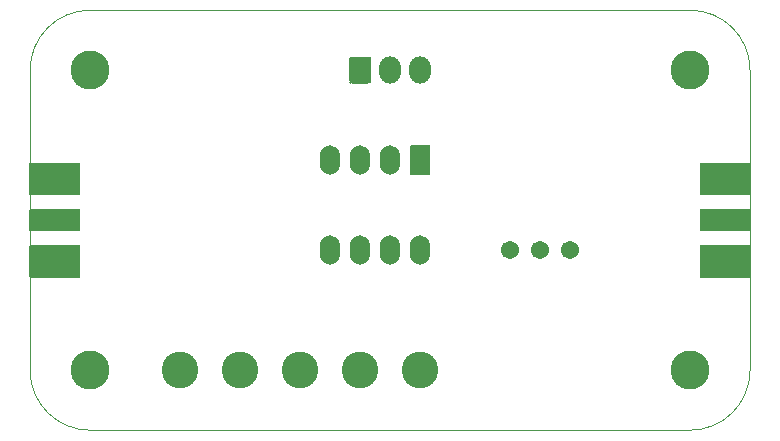
<source format=gbr>
G04 #@! TF.GenerationSoftware,KiCad,Pcbnew,5.1.8+dfsg1-1+b1*
G04 #@! TF.CreationDate,2021-02-01T12:52:58-06:00*
G04 #@! TF.ProjectId,DC_Amplifier,44435f41-6d70-46c6-9966-6965722e6b69,1.1.0*
G04 #@! TF.SameCoordinates,Original*
G04 #@! TF.FileFunction,Soldermask,Bot*
G04 #@! TF.FilePolarity,Negative*
%FSLAX46Y46*%
G04 Gerber Fmt 4.6, Leading zero omitted, Abs format (unit mm)*
G04 Created by KiCad (PCBNEW 5.1.8+dfsg1-1+b1) date 2021-02-01 12:52:58*
%MOMM*%
%LPD*%
G01*
G04 APERTURE LIST*
G04 #@! TA.AperFunction,Profile*
%ADD10C,0.050000*%
G04 #@! TD*
%ADD11C,3.302000*%
%ADD12C,3.102000*%
%ADD13O,1.702000X2.502000*%
%ADD14C,1.542000*%
%ADD15O,1.842000X2.302000*%
%ADD16C,0.100000*%
G04 APERTURE END LIST*
D10*
X127000000Y-71120000D02*
X76200000Y-71120000D01*
X132080000Y-101600000D02*
X132080000Y-76200000D01*
X76200000Y-106680000D02*
X127000000Y-106680000D01*
X71120000Y-76200000D02*
X71120000Y-101600000D01*
X132080000Y-101600000D02*
G75*
G02*
X127000000Y-106680000I-5080000J0D01*
G01*
X76200000Y-106680000D02*
G75*
G02*
X71120000Y-101600000I0J5080000D01*
G01*
X71120000Y-76200000D02*
G75*
G02*
X76200000Y-71120000I5080000J0D01*
G01*
X127000000Y-71120000D02*
G75*
G02*
X132080000Y-76200000I0J-5080000D01*
G01*
X127000000Y-71120000D02*
X76200000Y-71120000D01*
X132080000Y-101600000D02*
X132080000Y-76200000D01*
X76200000Y-106680000D02*
X127000000Y-106680000D01*
X71120000Y-76200000D02*
X71120000Y-101600000D01*
X132080000Y-101600000D02*
G75*
G02*
X127000000Y-106680000I-5080000J0D01*
G01*
X76200000Y-106680000D02*
G75*
G02*
X71120000Y-101600000I0J5080000D01*
G01*
X71120000Y-76200000D02*
G75*
G02*
X76200000Y-71120000I5080000J0D01*
G01*
X127000000Y-71120000D02*
G75*
G02*
X132080000Y-76200000I0J-5080000D01*
G01*
D11*
X127000000Y-101600000D03*
X76200000Y-101600000D03*
D12*
X104140000Y-101600000D03*
X99060000Y-101600000D03*
X93980000Y-101600000D03*
X88900000Y-101600000D03*
X83820000Y-101600000D03*
D13*
X104140000Y-91440000D03*
X96520000Y-83820000D03*
X101600000Y-91440000D03*
X99060000Y-83820000D03*
X99060000Y-91440000D03*
X101600000Y-83820000D03*
X96520000Y-91440000D03*
G36*
G01*
X103340000Y-82569000D02*
X104940000Y-82569000D01*
G75*
G02*
X104991000Y-82620000I0J-51000D01*
G01*
X104991000Y-85020000D01*
G75*
G02*
X104940000Y-85071000I-51000J0D01*
G01*
X103340000Y-85071000D01*
G75*
G02*
X103289000Y-85020000I0J51000D01*
G01*
X103289000Y-82620000D01*
G75*
G02*
X103340000Y-82569000I51000J0D01*
G01*
G37*
D11*
X76200000Y-76200000D03*
X127000000Y-76200000D03*
D14*
X111760000Y-91440000D03*
X114300000Y-91440000D03*
X116840000Y-91440000D03*
D15*
X104140000Y-76200000D03*
X101600000Y-76200000D03*
G36*
G01*
X98139000Y-77086346D02*
X98139000Y-75313654D01*
G75*
G02*
X98403654Y-75049000I264654J0D01*
G01*
X99716346Y-75049000D01*
G75*
G02*
X99981000Y-75313654I0J-264654D01*
G01*
X99981000Y-77086346D01*
G75*
G02*
X99716346Y-77351000I-264654J0D01*
G01*
X98403654Y-77351000D01*
G75*
G02*
X98139000Y-77086346I0J264654D01*
G01*
G37*
G36*
G01*
X71120000Y-87960000D02*
X75311000Y-87960000D01*
G75*
G02*
X75362000Y-88011000I0J-51000D01*
G01*
X75362000Y-89789000D01*
G75*
G02*
X75311000Y-89840000I-51000J0D01*
G01*
X71120000Y-89840000D01*
G75*
G02*
X71069000Y-89789000I0J51000D01*
G01*
X71069000Y-88011000D01*
G75*
G02*
X71120000Y-87960000I51000J0D01*
G01*
G37*
G36*
G01*
X71120000Y-91008000D02*
X75311000Y-91008000D01*
G75*
G02*
X75362000Y-91059000I0J-51000D01*
G01*
X75362000Y-93726000D01*
G75*
G02*
X75311000Y-93777000I-51000J0D01*
G01*
X71120000Y-93777000D01*
G75*
G02*
X71069000Y-93726000I0J51000D01*
G01*
X71069000Y-91059000D01*
G75*
G02*
X71120000Y-91008000I51000J0D01*
G01*
G37*
G36*
G01*
X71120000Y-84023000D02*
X75311000Y-84023000D01*
G75*
G02*
X75362000Y-84074000I0J-51000D01*
G01*
X75362000Y-86741000D01*
G75*
G02*
X75311000Y-86792000I-51000J0D01*
G01*
X71120000Y-86792000D01*
G75*
G02*
X71069000Y-86741000I0J51000D01*
G01*
X71069000Y-84074000D01*
G75*
G02*
X71120000Y-84023000I51000J0D01*
G01*
G37*
G36*
G01*
X71120000Y-91008000D02*
X75311000Y-91008000D01*
G75*
G02*
X75362000Y-91059000I0J-51000D01*
G01*
X75362000Y-93726000D01*
G75*
G02*
X75311000Y-93777000I-51000J0D01*
G01*
X71120000Y-93777000D01*
G75*
G02*
X71069000Y-93726000I0J51000D01*
G01*
X71069000Y-91059000D01*
G75*
G02*
X71120000Y-91008000I51000J0D01*
G01*
G37*
G36*
G01*
X71120000Y-84023000D02*
X75311000Y-84023000D01*
G75*
G02*
X75362000Y-84074000I0J-51000D01*
G01*
X75362000Y-86741000D01*
G75*
G02*
X75311000Y-86792000I-51000J0D01*
G01*
X71120000Y-86792000D01*
G75*
G02*
X71069000Y-86741000I0J51000D01*
G01*
X71069000Y-84074000D01*
G75*
G02*
X71120000Y-84023000I51000J0D01*
G01*
G37*
G36*
G01*
X132080000Y-89840000D02*
X127889000Y-89840000D01*
G75*
G02*
X127838000Y-89789000I0J51000D01*
G01*
X127838000Y-88011000D01*
G75*
G02*
X127889000Y-87960000I51000J0D01*
G01*
X132080000Y-87960000D01*
G75*
G02*
X132131000Y-88011000I0J-51000D01*
G01*
X132131000Y-89789000D01*
G75*
G02*
X132080000Y-89840000I-51000J0D01*
G01*
G37*
G36*
G01*
X132080000Y-86792000D02*
X127889000Y-86792000D01*
G75*
G02*
X127838000Y-86741000I0J51000D01*
G01*
X127838000Y-84074000D01*
G75*
G02*
X127889000Y-84023000I51000J0D01*
G01*
X132080000Y-84023000D01*
G75*
G02*
X132131000Y-84074000I0J-51000D01*
G01*
X132131000Y-86741000D01*
G75*
G02*
X132080000Y-86792000I-51000J0D01*
G01*
G37*
G36*
G01*
X132080000Y-93777000D02*
X127889000Y-93777000D01*
G75*
G02*
X127838000Y-93726000I0J51000D01*
G01*
X127838000Y-91059000D01*
G75*
G02*
X127889000Y-91008000I51000J0D01*
G01*
X132080000Y-91008000D01*
G75*
G02*
X132131000Y-91059000I0J-51000D01*
G01*
X132131000Y-93726000D01*
G75*
G02*
X132080000Y-93777000I-51000J0D01*
G01*
G37*
G36*
G01*
X132080000Y-86792000D02*
X127889000Y-86792000D01*
G75*
G02*
X127838000Y-86741000I0J51000D01*
G01*
X127838000Y-84074000D01*
G75*
G02*
X127889000Y-84023000I51000J0D01*
G01*
X132080000Y-84023000D01*
G75*
G02*
X132131000Y-84074000I0J-51000D01*
G01*
X132131000Y-86741000D01*
G75*
G02*
X132080000Y-86792000I-51000J0D01*
G01*
G37*
G36*
G01*
X132080000Y-93777000D02*
X127889000Y-93777000D01*
G75*
G02*
X127838000Y-93726000I0J51000D01*
G01*
X127838000Y-91059000D01*
G75*
G02*
X127889000Y-91008000I51000J0D01*
G01*
X132080000Y-91008000D01*
G75*
G02*
X132131000Y-91059000I0J-51000D01*
G01*
X132131000Y-93726000D01*
G75*
G02*
X132080000Y-93777000I-51000J0D01*
G01*
G37*
D16*
G36*
X99982165Y-77084720D02*
G01*
X99983000Y-77086346D01*
X99983000Y-77169288D01*
X99982990Y-77169484D01*
X99979024Y-77209756D01*
X99978948Y-77210141D01*
X99968990Y-77242965D01*
X99968840Y-77243327D01*
X99952672Y-77273575D01*
X99952454Y-77273901D01*
X99930694Y-77300417D01*
X99930417Y-77300694D01*
X99903901Y-77322454D01*
X99903575Y-77322672D01*
X99873327Y-77338840D01*
X99872965Y-77338990D01*
X99840141Y-77348948D01*
X99839756Y-77349024D01*
X99799484Y-77352990D01*
X99799288Y-77353000D01*
X99716346Y-77353000D01*
X99714614Y-77352000D01*
X99714614Y-77350000D01*
X99716150Y-77349010D01*
X99767582Y-77343945D01*
X99816856Y-77328997D01*
X99862264Y-77304727D01*
X99902064Y-77272064D01*
X99934727Y-77232264D01*
X99958997Y-77186856D01*
X99973945Y-77137582D01*
X99979010Y-77086150D01*
X99980175Y-77084524D01*
X99982165Y-77084720D01*
G37*
G36*
X98140990Y-77086150D02*
G01*
X98146055Y-77137582D01*
X98161003Y-77186856D01*
X98185273Y-77232264D01*
X98217936Y-77272064D01*
X98257736Y-77304727D01*
X98303144Y-77328997D01*
X98352418Y-77343945D01*
X98403850Y-77349010D01*
X98405476Y-77350175D01*
X98405280Y-77352165D01*
X98403654Y-77353000D01*
X98320712Y-77353000D01*
X98320516Y-77352990D01*
X98280244Y-77349024D01*
X98279859Y-77348948D01*
X98247035Y-77338990D01*
X98246673Y-77338840D01*
X98216425Y-77322672D01*
X98216099Y-77322454D01*
X98189583Y-77300694D01*
X98189306Y-77300417D01*
X98167546Y-77273901D01*
X98167328Y-77273575D01*
X98151160Y-77243327D01*
X98151010Y-77242965D01*
X98141052Y-77210141D01*
X98140976Y-77209756D01*
X98137010Y-77169484D01*
X98137000Y-77169288D01*
X98137000Y-77086346D01*
X98138000Y-77084614D01*
X98140000Y-77084614D01*
X98140990Y-77086150D01*
G37*
G36*
X98405386Y-75048000D02*
G01*
X98405386Y-75050000D01*
X98403850Y-75050990D01*
X98352418Y-75056055D01*
X98303144Y-75071003D01*
X98257736Y-75095273D01*
X98217936Y-75127936D01*
X98185273Y-75167736D01*
X98161003Y-75213144D01*
X98146055Y-75262418D01*
X98140990Y-75313850D01*
X98139825Y-75315476D01*
X98137835Y-75315280D01*
X98137000Y-75313654D01*
X98137000Y-75230712D01*
X98137010Y-75230516D01*
X98140976Y-75190244D01*
X98141052Y-75189859D01*
X98151010Y-75157035D01*
X98151160Y-75156673D01*
X98167328Y-75126425D01*
X98167546Y-75126099D01*
X98189306Y-75099583D01*
X98189583Y-75099306D01*
X98216099Y-75077546D01*
X98216425Y-75077328D01*
X98246673Y-75061160D01*
X98247035Y-75061010D01*
X98279859Y-75051052D01*
X98280244Y-75050976D01*
X98320516Y-75047010D01*
X98320712Y-75047000D01*
X98403654Y-75047000D01*
X98405386Y-75048000D01*
G37*
G36*
X99799484Y-75047010D02*
G01*
X99839756Y-75050976D01*
X99840141Y-75051052D01*
X99872965Y-75061010D01*
X99873327Y-75061160D01*
X99903575Y-75077328D01*
X99903901Y-75077546D01*
X99930417Y-75099306D01*
X99930694Y-75099583D01*
X99952454Y-75126099D01*
X99952672Y-75126425D01*
X99968840Y-75156673D01*
X99968990Y-75157035D01*
X99978948Y-75189859D01*
X99979024Y-75190244D01*
X99982990Y-75230516D01*
X99983000Y-75230712D01*
X99983000Y-75313654D01*
X99982000Y-75315386D01*
X99980000Y-75315386D01*
X99979010Y-75313850D01*
X99973945Y-75262418D01*
X99958997Y-75213144D01*
X99934727Y-75167736D01*
X99902064Y-75127936D01*
X99862264Y-75095273D01*
X99816856Y-75071003D01*
X99767582Y-75056055D01*
X99716150Y-75050990D01*
X99714524Y-75049825D01*
X99714720Y-75047835D01*
X99716346Y-75047000D01*
X99799288Y-75047000D01*
X99799484Y-75047010D01*
G37*
M02*

</source>
